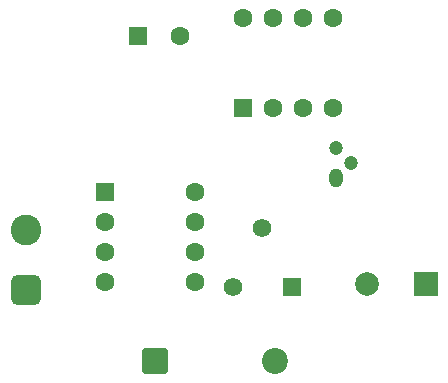
<source format=gbr>
%TF.GenerationSoftware,KiCad,Pcbnew,9.0.6*%
%TF.CreationDate,2025-12-28T16:01:46+05:30*%
%TF.ProjectId,Temp,54656d70-2e6b-4696-9361-645f70636258,rev?*%
%TF.SameCoordinates,Original*%
%TF.FileFunction,Soldermask,Bot*%
%TF.FilePolarity,Negative*%
%FSLAX46Y46*%
G04 Gerber Fmt 4.6, Leading zero omitted, Abs format (unit mm)*
G04 Created by KiCad (PCBNEW 9.0.6) date 2025-12-28 16:01:46*
%MOMM*%
%LPD*%
G01*
G04 APERTURE LIST*
G04 Aperture macros list*
%AMRoundRect*
0 Rectangle with rounded corners*
0 $1 Rounding radius*
0 $2 $3 $4 $5 $6 $7 $8 $9 X,Y pos of 4 corners*
0 Add a 4 corners polygon primitive as box body*
4,1,4,$2,$3,$4,$5,$6,$7,$8,$9,$2,$3,0*
0 Add four circle primitives for the rounded corners*
1,1,$1+$1,$2,$3*
1,1,$1+$1,$4,$5*
1,1,$1+$1,$6,$7*
1,1,$1+$1,$8,$9*
0 Add four rect primitives between the rounded corners*
20,1,$1+$1,$2,$3,$4,$5,0*
20,1,$1+$1,$4,$5,$6,$7,0*
20,1,$1+$1,$6,$7,$8,$9,0*
20,1,$1+$1,$8,$9,$2,$3,0*%
G04 Aperture macros list end*
%ADD10RoundRect,0.650000X0.650000X-0.650000X0.650000X0.650000X-0.650000X0.650000X-0.650000X-0.650000X0*%
%ADD11C,2.600000*%
%ADD12RoundRect,0.249999X-0.850001X-0.850001X0.850001X-0.850001X0.850001X0.850001X-0.850001X0.850001X0*%
%ADD13C,2.200000*%
%ADD14RoundRect,0.250000X-0.550000X-0.550000X0.550000X-0.550000X0.550000X0.550000X-0.550000X0.550000X0*%
%ADD15C,1.600000*%
%ADD16R,2.000000X2.000000*%
%ADD17C,2.000000*%
%ADD18R,1.560000X1.560000*%
%ADD19C,1.560000*%
%ADD20RoundRect,0.250000X0.550000X-0.550000X0.550000X0.550000X-0.550000X0.550000X-0.550000X-0.550000X0*%
%ADD21O,1.200000X1.600000*%
%ADD22C,1.200000*%
G04 APERTURE END LIST*
D10*
%TO.C,TH1*%
X109000000Y-80040000D03*
D11*
X109000000Y-74960000D03*
%TD*%
D12*
%TO.C,D1*%
X119920000Y-86000000D03*
D13*
X130080000Y-86000000D03*
%TD*%
D14*
%TO.C,U1*%
X115695000Y-71690000D03*
D15*
X115695000Y-74230000D03*
X115695000Y-76770000D03*
X115695000Y-79310000D03*
X123315000Y-79310000D03*
X123315000Y-76770000D03*
X123315000Y-74230000D03*
X123315000Y-71690000D03*
%TD*%
D14*
%TO.C,C1*%
X118500000Y-58500000D03*
D15*
X122000000Y-58500000D03*
%TD*%
D16*
%TO.C,BZ1*%
X142870785Y-79500000D03*
D17*
X137870785Y-79500000D03*
%TD*%
D18*
%TO.C,RV1*%
X131500000Y-79740000D03*
D19*
X129000000Y-74740000D03*
X126500000Y-79740000D03*
%TD*%
D20*
%TO.C,U2*%
X127380000Y-64620000D03*
D15*
X129920000Y-64620000D03*
X132460000Y-64620000D03*
X135000000Y-64620000D03*
X135000000Y-57000000D03*
X132460000Y-57000000D03*
X129920000Y-57000000D03*
X127380000Y-57000000D03*
%TD*%
D21*
%TO.C,Q1*%
X135221961Y-70548039D03*
D22*
X136491961Y-69278039D03*
X135221961Y-68008039D03*
%TD*%
M02*

</source>
